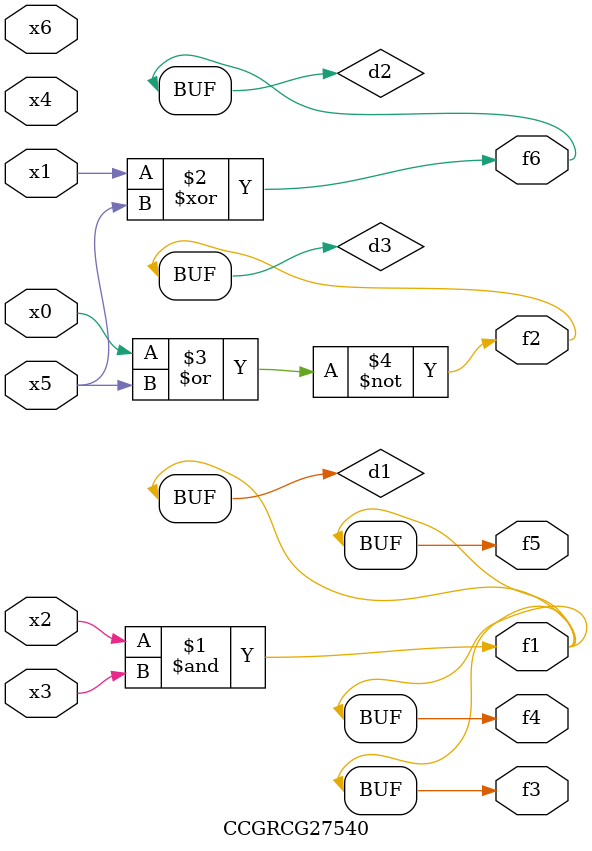
<source format=v>
module CCGRCG27540(
	input x0, x1, x2, x3, x4, x5, x6,
	output f1, f2, f3, f4, f5, f6
);

	wire d1, d2, d3;

	and (d1, x2, x3);
	xor (d2, x1, x5);
	nor (d3, x0, x5);
	assign f1 = d1;
	assign f2 = d3;
	assign f3 = d1;
	assign f4 = d1;
	assign f5 = d1;
	assign f6 = d2;
endmodule

</source>
